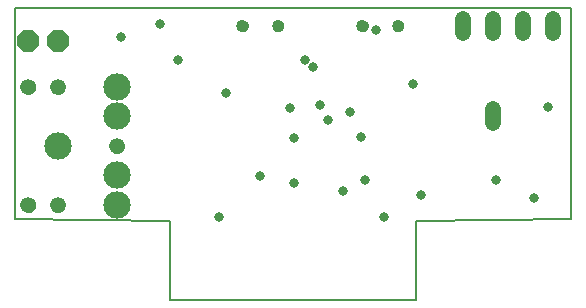
<source format=gbs>
G75*
%MOIN*%
%OFA0B0*%
%FSLAX25Y25*%
%IPPOS*%
%LPD*%
%AMOC8*
5,1,8,0,0,1.08239X$1,22.5*
%
%ADD10C,0.00004*%
%ADD11C,0.00600*%
%ADD12C,0.09100*%
%ADD13C,0.00000*%
%ADD14C,0.05224*%
%ADD15OC8,0.07100*%
%ADD16C,0.04043*%
%ADD17C,0.05300*%
%ADD18C,0.03200*%
%ADD19C,0.03278*%
D10*
X0145979Y0027600D02*
X0146391Y0027600D01*
D11*
X0012741Y0028100D02*
X0012741Y0098600D01*
X0198241Y0098600D01*
X0198241Y0028100D01*
X0146391Y0027600D01*
X0146391Y0001300D01*
X0064591Y0001300D01*
X0064591Y0027600D01*
X0012741Y0028100D01*
D12*
X0046676Y0032915D03*
X0046676Y0042757D03*
X0026991Y0052600D03*
X0046676Y0062443D03*
X0046676Y0072285D03*
D13*
X0024629Y0072285D02*
X0024631Y0072382D01*
X0024637Y0072479D01*
X0024647Y0072575D01*
X0024661Y0072671D01*
X0024679Y0072767D01*
X0024700Y0072861D01*
X0024726Y0072955D01*
X0024755Y0073047D01*
X0024789Y0073138D01*
X0024825Y0073228D01*
X0024866Y0073316D01*
X0024910Y0073402D01*
X0024958Y0073487D01*
X0025009Y0073569D01*
X0025063Y0073650D01*
X0025121Y0073728D01*
X0025182Y0073803D01*
X0025245Y0073876D01*
X0025312Y0073947D01*
X0025382Y0074014D01*
X0025454Y0074079D01*
X0025529Y0074140D01*
X0025607Y0074199D01*
X0025686Y0074254D01*
X0025768Y0074306D01*
X0025852Y0074354D01*
X0025938Y0074399D01*
X0026026Y0074441D01*
X0026115Y0074479D01*
X0026206Y0074513D01*
X0026298Y0074543D01*
X0026391Y0074570D01*
X0026486Y0074592D01*
X0026581Y0074611D01*
X0026677Y0074626D01*
X0026773Y0074637D01*
X0026870Y0074644D01*
X0026967Y0074647D01*
X0027064Y0074646D01*
X0027161Y0074641D01*
X0027257Y0074632D01*
X0027353Y0074619D01*
X0027449Y0074602D01*
X0027544Y0074581D01*
X0027637Y0074557D01*
X0027730Y0074528D01*
X0027822Y0074496D01*
X0027912Y0074460D01*
X0028000Y0074421D01*
X0028087Y0074377D01*
X0028172Y0074331D01*
X0028255Y0074280D01*
X0028336Y0074227D01*
X0028414Y0074170D01*
X0028491Y0074110D01*
X0028564Y0074047D01*
X0028635Y0073981D01*
X0028703Y0073912D01*
X0028769Y0073840D01*
X0028831Y0073766D01*
X0028890Y0073689D01*
X0028946Y0073610D01*
X0028999Y0073528D01*
X0029049Y0073445D01*
X0029094Y0073359D01*
X0029137Y0073272D01*
X0029176Y0073183D01*
X0029211Y0073093D01*
X0029242Y0073001D01*
X0029269Y0072908D01*
X0029293Y0072814D01*
X0029313Y0072719D01*
X0029329Y0072623D01*
X0029341Y0072527D01*
X0029349Y0072430D01*
X0029353Y0072333D01*
X0029353Y0072237D01*
X0029349Y0072140D01*
X0029341Y0072043D01*
X0029329Y0071947D01*
X0029313Y0071851D01*
X0029293Y0071756D01*
X0029269Y0071662D01*
X0029242Y0071569D01*
X0029211Y0071477D01*
X0029176Y0071387D01*
X0029137Y0071298D01*
X0029094Y0071211D01*
X0029049Y0071125D01*
X0028999Y0071042D01*
X0028946Y0070960D01*
X0028890Y0070881D01*
X0028831Y0070804D01*
X0028769Y0070730D01*
X0028703Y0070658D01*
X0028635Y0070589D01*
X0028564Y0070523D01*
X0028491Y0070460D01*
X0028414Y0070400D01*
X0028336Y0070343D01*
X0028255Y0070290D01*
X0028172Y0070239D01*
X0028087Y0070193D01*
X0028000Y0070149D01*
X0027912Y0070110D01*
X0027822Y0070074D01*
X0027730Y0070042D01*
X0027637Y0070013D01*
X0027544Y0069989D01*
X0027449Y0069968D01*
X0027353Y0069951D01*
X0027257Y0069938D01*
X0027161Y0069929D01*
X0027064Y0069924D01*
X0026967Y0069923D01*
X0026870Y0069926D01*
X0026773Y0069933D01*
X0026677Y0069944D01*
X0026581Y0069959D01*
X0026486Y0069978D01*
X0026391Y0070000D01*
X0026298Y0070027D01*
X0026206Y0070057D01*
X0026115Y0070091D01*
X0026026Y0070129D01*
X0025938Y0070171D01*
X0025852Y0070216D01*
X0025768Y0070264D01*
X0025686Y0070316D01*
X0025607Y0070371D01*
X0025529Y0070430D01*
X0025454Y0070491D01*
X0025382Y0070556D01*
X0025312Y0070623D01*
X0025245Y0070694D01*
X0025182Y0070767D01*
X0025121Y0070842D01*
X0025063Y0070920D01*
X0025009Y0071001D01*
X0024958Y0071083D01*
X0024910Y0071168D01*
X0024866Y0071254D01*
X0024825Y0071342D01*
X0024789Y0071432D01*
X0024755Y0071523D01*
X0024726Y0071615D01*
X0024700Y0071709D01*
X0024679Y0071803D01*
X0024661Y0071899D01*
X0024647Y0071995D01*
X0024637Y0072091D01*
X0024631Y0072188D01*
X0024629Y0072285D01*
X0014786Y0072285D02*
X0014788Y0072382D01*
X0014794Y0072479D01*
X0014804Y0072575D01*
X0014818Y0072671D01*
X0014836Y0072767D01*
X0014857Y0072861D01*
X0014883Y0072955D01*
X0014912Y0073047D01*
X0014946Y0073138D01*
X0014982Y0073228D01*
X0015023Y0073316D01*
X0015067Y0073402D01*
X0015115Y0073487D01*
X0015166Y0073569D01*
X0015220Y0073650D01*
X0015278Y0073728D01*
X0015339Y0073803D01*
X0015402Y0073876D01*
X0015469Y0073947D01*
X0015539Y0074014D01*
X0015611Y0074079D01*
X0015686Y0074140D01*
X0015764Y0074199D01*
X0015843Y0074254D01*
X0015925Y0074306D01*
X0016009Y0074354D01*
X0016095Y0074399D01*
X0016183Y0074441D01*
X0016272Y0074479D01*
X0016363Y0074513D01*
X0016455Y0074543D01*
X0016548Y0074570D01*
X0016643Y0074592D01*
X0016738Y0074611D01*
X0016834Y0074626D01*
X0016930Y0074637D01*
X0017027Y0074644D01*
X0017124Y0074647D01*
X0017221Y0074646D01*
X0017318Y0074641D01*
X0017414Y0074632D01*
X0017510Y0074619D01*
X0017606Y0074602D01*
X0017701Y0074581D01*
X0017794Y0074557D01*
X0017887Y0074528D01*
X0017979Y0074496D01*
X0018069Y0074460D01*
X0018157Y0074421D01*
X0018244Y0074377D01*
X0018329Y0074331D01*
X0018412Y0074280D01*
X0018493Y0074227D01*
X0018571Y0074170D01*
X0018648Y0074110D01*
X0018721Y0074047D01*
X0018792Y0073981D01*
X0018860Y0073912D01*
X0018926Y0073840D01*
X0018988Y0073766D01*
X0019047Y0073689D01*
X0019103Y0073610D01*
X0019156Y0073528D01*
X0019206Y0073445D01*
X0019251Y0073359D01*
X0019294Y0073272D01*
X0019333Y0073183D01*
X0019368Y0073093D01*
X0019399Y0073001D01*
X0019426Y0072908D01*
X0019450Y0072814D01*
X0019470Y0072719D01*
X0019486Y0072623D01*
X0019498Y0072527D01*
X0019506Y0072430D01*
X0019510Y0072333D01*
X0019510Y0072237D01*
X0019506Y0072140D01*
X0019498Y0072043D01*
X0019486Y0071947D01*
X0019470Y0071851D01*
X0019450Y0071756D01*
X0019426Y0071662D01*
X0019399Y0071569D01*
X0019368Y0071477D01*
X0019333Y0071387D01*
X0019294Y0071298D01*
X0019251Y0071211D01*
X0019206Y0071125D01*
X0019156Y0071042D01*
X0019103Y0070960D01*
X0019047Y0070881D01*
X0018988Y0070804D01*
X0018926Y0070730D01*
X0018860Y0070658D01*
X0018792Y0070589D01*
X0018721Y0070523D01*
X0018648Y0070460D01*
X0018571Y0070400D01*
X0018493Y0070343D01*
X0018412Y0070290D01*
X0018329Y0070239D01*
X0018244Y0070193D01*
X0018157Y0070149D01*
X0018069Y0070110D01*
X0017979Y0070074D01*
X0017887Y0070042D01*
X0017794Y0070013D01*
X0017701Y0069989D01*
X0017606Y0069968D01*
X0017510Y0069951D01*
X0017414Y0069938D01*
X0017318Y0069929D01*
X0017221Y0069924D01*
X0017124Y0069923D01*
X0017027Y0069926D01*
X0016930Y0069933D01*
X0016834Y0069944D01*
X0016738Y0069959D01*
X0016643Y0069978D01*
X0016548Y0070000D01*
X0016455Y0070027D01*
X0016363Y0070057D01*
X0016272Y0070091D01*
X0016183Y0070129D01*
X0016095Y0070171D01*
X0016009Y0070216D01*
X0015925Y0070264D01*
X0015843Y0070316D01*
X0015764Y0070371D01*
X0015686Y0070430D01*
X0015611Y0070491D01*
X0015539Y0070556D01*
X0015469Y0070623D01*
X0015402Y0070694D01*
X0015339Y0070767D01*
X0015278Y0070842D01*
X0015220Y0070920D01*
X0015166Y0071001D01*
X0015115Y0071083D01*
X0015067Y0071168D01*
X0015023Y0071254D01*
X0014982Y0071342D01*
X0014946Y0071432D01*
X0014912Y0071523D01*
X0014883Y0071615D01*
X0014857Y0071709D01*
X0014836Y0071803D01*
X0014818Y0071899D01*
X0014804Y0071995D01*
X0014794Y0072091D01*
X0014788Y0072188D01*
X0014786Y0072285D01*
X0044314Y0052600D02*
X0044316Y0052697D01*
X0044322Y0052794D01*
X0044332Y0052890D01*
X0044346Y0052986D01*
X0044364Y0053082D01*
X0044385Y0053176D01*
X0044411Y0053270D01*
X0044440Y0053362D01*
X0044474Y0053453D01*
X0044510Y0053543D01*
X0044551Y0053631D01*
X0044595Y0053717D01*
X0044643Y0053802D01*
X0044694Y0053884D01*
X0044748Y0053965D01*
X0044806Y0054043D01*
X0044867Y0054118D01*
X0044930Y0054191D01*
X0044997Y0054262D01*
X0045067Y0054329D01*
X0045139Y0054394D01*
X0045214Y0054455D01*
X0045292Y0054514D01*
X0045371Y0054569D01*
X0045453Y0054621D01*
X0045537Y0054669D01*
X0045623Y0054714D01*
X0045711Y0054756D01*
X0045800Y0054794D01*
X0045891Y0054828D01*
X0045983Y0054858D01*
X0046076Y0054885D01*
X0046171Y0054907D01*
X0046266Y0054926D01*
X0046362Y0054941D01*
X0046458Y0054952D01*
X0046555Y0054959D01*
X0046652Y0054962D01*
X0046749Y0054961D01*
X0046846Y0054956D01*
X0046942Y0054947D01*
X0047038Y0054934D01*
X0047134Y0054917D01*
X0047229Y0054896D01*
X0047322Y0054872D01*
X0047415Y0054843D01*
X0047507Y0054811D01*
X0047597Y0054775D01*
X0047685Y0054736D01*
X0047772Y0054692D01*
X0047857Y0054646D01*
X0047940Y0054595D01*
X0048021Y0054542D01*
X0048099Y0054485D01*
X0048176Y0054425D01*
X0048249Y0054362D01*
X0048320Y0054296D01*
X0048388Y0054227D01*
X0048454Y0054155D01*
X0048516Y0054081D01*
X0048575Y0054004D01*
X0048631Y0053925D01*
X0048684Y0053843D01*
X0048734Y0053760D01*
X0048779Y0053674D01*
X0048822Y0053587D01*
X0048861Y0053498D01*
X0048896Y0053408D01*
X0048927Y0053316D01*
X0048954Y0053223D01*
X0048978Y0053129D01*
X0048998Y0053034D01*
X0049014Y0052938D01*
X0049026Y0052842D01*
X0049034Y0052745D01*
X0049038Y0052648D01*
X0049038Y0052552D01*
X0049034Y0052455D01*
X0049026Y0052358D01*
X0049014Y0052262D01*
X0048998Y0052166D01*
X0048978Y0052071D01*
X0048954Y0051977D01*
X0048927Y0051884D01*
X0048896Y0051792D01*
X0048861Y0051702D01*
X0048822Y0051613D01*
X0048779Y0051526D01*
X0048734Y0051440D01*
X0048684Y0051357D01*
X0048631Y0051275D01*
X0048575Y0051196D01*
X0048516Y0051119D01*
X0048454Y0051045D01*
X0048388Y0050973D01*
X0048320Y0050904D01*
X0048249Y0050838D01*
X0048176Y0050775D01*
X0048099Y0050715D01*
X0048021Y0050658D01*
X0047940Y0050605D01*
X0047857Y0050554D01*
X0047772Y0050508D01*
X0047685Y0050464D01*
X0047597Y0050425D01*
X0047507Y0050389D01*
X0047415Y0050357D01*
X0047322Y0050328D01*
X0047229Y0050304D01*
X0047134Y0050283D01*
X0047038Y0050266D01*
X0046942Y0050253D01*
X0046846Y0050244D01*
X0046749Y0050239D01*
X0046652Y0050238D01*
X0046555Y0050241D01*
X0046458Y0050248D01*
X0046362Y0050259D01*
X0046266Y0050274D01*
X0046171Y0050293D01*
X0046076Y0050315D01*
X0045983Y0050342D01*
X0045891Y0050372D01*
X0045800Y0050406D01*
X0045711Y0050444D01*
X0045623Y0050486D01*
X0045537Y0050531D01*
X0045453Y0050579D01*
X0045371Y0050631D01*
X0045292Y0050686D01*
X0045214Y0050745D01*
X0045139Y0050806D01*
X0045067Y0050871D01*
X0044997Y0050938D01*
X0044930Y0051009D01*
X0044867Y0051082D01*
X0044806Y0051157D01*
X0044748Y0051235D01*
X0044694Y0051316D01*
X0044643Y0051398D01*
X0044595Y0051483D01*
X0044551Y0051569D01*
X0044510Y0051657D01*
X0044474Y0051747D01*
X0044440Y0051838D01*
X0044411Y0051930D01*
X0044385Y0052024D01*
X0044364Y0052118D01*
X0044346Y0052214D01*
X0044332Y0052310D01*
X0044322Y0052406D01*
X0044316Y0052503D01*
X0044314Y0052600D01*
X0024629Y0032915D02*
X0024631Y0033012D01*
X0024637Y0033109D01*
X0024647Y0033205D01*
X0024661Y0033301D01*
X0024679Y0033397D01*
X0024700Y0033491D01*
X0024726Y0033585D01*
X0024755Y0033677D01*
X0024789Y0033768D01*
X0024825Y0033858D01*
X0024866Y0033946D01*
X0024910Y0034032D01*
X0024958Y0034117D01*
X0025009Y0034199D01*
X0025063Y0034280D01*
X0025121Y0034358D01*
X0025182Y0034433D01*
X0025245Y0034506D01*
X0025312Y0034577D01*
X0025382Y0034644D01*
X0025454Y0034709D01*
X0025529Y0034770D01*
X0025607Y0034829D01*
X0025686Y0034884D01*
X0025768Y0034936D01*
X0025852Y0034984D01*
X0025938Y0035029D01*
X0026026Y0035071D01*
X0026115Y0035109D01*
X0026206Y0035143D01*
X0026298Y0035173D01*
X0026391Y0035200D01*
X0026486Y0035222D01*
X0026581Y0035241D01*
X0026677Y0035256D01*
X0026773Y0035267D01*
X0026870Y0035274D01*
X0026967Y0035277D01*
X0027064Y0035276D01*
X0027161Y0035271D01*
X0027257Y0035262D01*
X0027353Y0035249D01*
X0027449Y0035232D01*
X0027544Y0035211D01*
X0027637Y0035187D01*
X0027730Y0035158D01*
X0027822Y0035126D01*
X0027912Y0035090D01*
X0028000Y0035051D01*
X0028087Y0035007D01*
X0028172Y0034961D01*
X0028255Y0034910D01*
X0028336Y0034857D01*
X0028414Y0034800D01*
X0028491Y0034740D01*
X0028564Y0034677D01*
X0028635Y0034611D01*
X0028703Y0034542D01*
X0028769Y0034470D01*
X0028831Y0034396D01*
X0028890Y0034319D01*
X0028946Y0034240D01*
X0028999Y0034158D01*
X0029049Y0034075D01*
X0029094Y0033989D01*
X0029137Y0033902D01*
X0029176Y0033813D01*
X0029211Y0033723D01*
X0029242Y0033631D01*
X0029269Y0033538D01*
X0029293Y0033444D01*
X0029313Y0033349D01*
X0029329Y0033253D01*
X0029341Y0033157D01*
X0029349Y0033060D01*
X0029353Y0032963D01*
X0029353Y0032867D01*
X0029349Y0032770D01*
X0029341Y0032673D01*
X0029329Y0032577D01*
X0029313Y0032481D01*
X0029293Y0032386D01*
X0029269Y0032292D01*
X0029242Y0032199D01*
X0029211Y0032107D01*
X0029176Y0032017D01*
X0029137Y0031928D01*
X0029094Y0031841D01*
X0029049Y0031755D01*
X0028999Y0031672D01*
X0028946Y0031590D01*
X0028890Y0031511D01*
X0028831Y0031434D01*
X0028769Y0031360D01*
X0028703Y0031288D01*
X0028635Y0031219D01*
X0028564Y0031153D01*
X0028491Y0031090D01*
X0028414Y0031030D01*
X0028336Y0030973D01*
X0028255Y0030920D01*
X0028172Y0030869D01*
X0028087Y0030823D01*
X0028000Y0030779D01*
X0027912Y0030740D01*
X0027822Y0030704D01*
X0027730Y0030672D01*
X0027637Y0030643D01*
X0027544Y0030619D01*
X0027449Y0030598D01*
X0027353Y0030581D01*
X0027257Y0030568D01*
X0027161Y0030559D01*
X0027064Y0030554D01*
X0026967Y0030553D01*
X0026870Y0030556D01*
X0026773Y0030563D01*
X0026677Y0030574D01*
X0026581Y0030589D01*
X0026486Y0030608D01*
X0026391Y0030630D01*
X0026298Y0030657D01*
X0026206Y0030687D01*
X0026115Y0030721D01*
X0026026Y0030759D01*
X0025938Y0030801D01*
X0025852Y0030846D01*
X0025768Y0030894D01*
X0025686Y0030946D01*
X0025607Y0031001D01*
X0025529Y0031060D01*
X0025454Y0031121D01*
X0025382Y0031186D01*
X0025312Y0031253D01*
X0025245Y0031324D01*
X0025182Y0031397D01*
X0025121Y0031472D01*
X0025063Y0031550D01*
X0025009Y0031631D01*
X0024958Y0031713D01*
X0024910Y0031798D01*
X0024866Y0031884D01*
X0024825Y0031972D01*
X0024789Y0032062D01*
X0024755Y0032153D01*
X0024726Y0032245D01*
X0024700Y0032339D01*
X0024679Y0032433D01*
X0024661Y0032529D01*
X0024647Y0032625D01*
X0024637Y0032721D01*
X0024631Y0032818D01*
X0024629Y0032915D01*
X0014786Y0032915D02*
X0014788Y0033012D01*
X0014794Y0033109D01*
X0014804Y0033205D01*
X0014818Y0033301D01*
X0014836Y0033397D01*
X0014857Y0033491D01*
X0014883Y0033585D01*
X0014912Y0033677D01*
X0014946Y0033768D01*
X0014982Y0033858D01*
X0015023Y0033946D01*
X0015067Y0034032D01*
X0015115Y0034117D01*
X0015166Y0034199D01*
X0015220Y0034280D01*
X0015278Y0034358D01*
X0015339Y0034433D01*
X0015402Y0034506D01*
X0015469Y0034577D01*
X0015539Y0034644D01*
X0015611Y0034709D01*
X0015686Y0034770D01*
X0015764Y0034829D01*
X0015843Y0034884D01*
X0015925Y0034936D01*
X0016009Y0034984D01*
X0016095Y0035029D01*
X0016183Y0035071D01*
X0016272Y0035109D01*
X0016363Y0035143D01*
X0016455Y0035173D01*
X0016548Y0035200D01*
X0016643Y0035222D01*
X0016738Y0035241D01*
X0016834Y0035256D01*
X0016930Y0035267D01*
X0017027Y0035274D01*
X0017124Y0035277D01*
X0017221Y0035276D01*
X0017318Y0035271D01*
X0017414Y0035262D01*
X0017510Y0035249D01*
X0017606Y0035232D01*
X0017701Y0035211D01*
X0017794Y0035187D01*
X0017887Y0035158D01*
X0017979Y0035126D01*
X0018069Y0035090D01*
X0018157Y0035051D01*
X0018244Y0035007D01*
X0018329Y0034961D01*
X0018412Y0034910D01*
X0018493Y0034857D01*
X0018571Y0034800D01*
X0018648Y0034740D01*
X0018721Y0034677D01*
X0018792Y0034611D01*
X0018860Y0034542D01*
X0018926Y0034470D01*
X0018988Y0034396D01*
X0019047Y0034319D01*
X0019103Y0034240D01*
X0019156Y0034158D01*
X0019206Y0034075D01*
X0019251Y0033989D01*
X0019294Y0033902D01*
X0019333Y0033813D01*
X0019368Y0033723D01*
X0019399Y0033631D01*
X0019426Y0033538D01*
X0019450Y0033444D01*
X0019470Y0033349D01*
X0019486Y0033253D01*
X0019498Y0033157D01*
X0019506Y0033060D01*
X0019510Y0032963D01*
X0019510Y0032867D01*
X0019506Y0032770D01*
X0019498Y0032673D01*
X0019486Y0032577D01*
X0019470Y0032481D01*
X0019450Y0032386D01*
X0019426Y0032292D01*
X0019399Y0032199D01*
X0019368Y0032107D01*
X0019333Y0032017D01*
X0019294Y0031928D01*
X0019251Y0031841D01*
X0019206Y0031755D01*
X0019156Y0031672D01*
X0019103Y0031590D01*
X0019047Y0031511D01*
X0018988Y0031434D01*
X0018926Y0031360D01*
X0018860Y0031288D01*
X0018792Y0031219D01*
X0018721Y0031153D01*
X0018648Y0031090D01*
X0018571Y0031030D01*
X0018493Y0030973D01*
X0018412Y0030920D01*
X0018329Y0030869D01*
X0018244Y0030823D01*
X0018157Y0030779D01*
X0018069Y0030740D01*
X0017979Y0030704D01*
X0017887Y0030672D01*
X0017794Y0030643D01*
X0017701Y0030619D01*
X0017606Y0030598D01*
X0017510Y0030581D01*
X0017414Y0030568D01*
X0017318Y0030559D01*
X0017221Y0030554D01*
X0017124Y0030553D01*
X0017027Y0030556D01*
X0016930Y0030563D01*
X0016834Y0030574D01*
X0016738Y0030589D01*
X0016643Y0030608D01*
X0016548Y0030630D01*
X0016455Y0030657D01*
X0016363Y0030687D01*
X0016272Y0030721D01*
X0016183Y0030759D01*
X0016095Y0030801D01*
X0016009Y0030846D01*
X0015925Y0030894D01*
X0015843Y0030946D01*
X0015764Y0031001D01*
X0015686Y0031060D01*
X0015611Y0031121D01*
X0015539Y0031186D01*
X0015469Y0031253D01*
X0015402Y0031324D01*
X0015339Y0031397D01*
X0015278Y0031472D01*
X0015220Y0031550D01*
X0015166Y0031631D01*
X0015115Y0031713D01*
X0015067Y0031798D01*
X0015023Y0031884D01*
X0014982Y0031972D01*
X0014946Y0032062D01*
X0014912Y0032153D01*
X0014883Y0032245D01*
X0014857Y0032339D01*
X0014836Y0032433D01*
X0014818Y0032529D01*
X0014804Y0032625D01*
X0014794Y0032721D01*
X0014788Y0032818D01*
X0014786Y0032915D01*
X0086813Y0092600D02*
X0086815Y0092684D01*
X0086821Y0092767D01*
X0086831Y0092850D01*
X0086845Y0092933D01*
X0086862Y0093015D01*
X0086884Y0093096D01*
X0086909Y0093175D01*
X0086938Y0093254D01*
X0086971Y0093331D01*
X0087007Y0093406D01*
X0087047Y0093480D01*
X0087090Y0093552D01*
X0087137Y0093621D01*
X0087187Y0093688D01*
X0087240Y0093753D01*
X0087296Y0093815D01*
X0087354Y0093875D01*
X0087416Y0093932D01*
X0087480Y0093985D01*
X0087547Y0094036D01*
X0087616Y0094083D01*
X0087687Y0094128D01*
X0087760Y0094168D01*
X0087835Y0094205D01*
X0087912Y0094239D01*
X0087990Y0094269D01*
X0088069Y0094295D01*
X0088150Y0094318D01*
X0088232Y0094336D01*
X0088314Y0094351D01*
X0088397Y0094362D01*
X0088480Y0094369D01*
X0088564Y0094372D01*
X0088648Y0094371D01*
X0088731Y0094366D01*
X0088815Y0094357D01*
X0088897Y0094344D01*
X0088979Y0094328D01*
X0089060Y0094307D01*
X0089141Y0094283D01*
X0089219Y0094255D01*
X0089297Y0094223D01*
X0089373Y0094187D01*
X0089447Y0094148D01*
X0089519Y0094106D01*
X0089589Y0094060D01*
X0089657Y0094011D01*
X0089722Y0093959D01*
X0089785Y0093904D01*
X0089845Y0093846D01*
X0089903Y0093785D01*
X0089957Y0093721D01*
X0090009Y0093655D01*
X0090057Y0093587D01*
X0090102Y0093516D01*
X0090143Y0093443D01*
X0090182Y0093369D01*
X0090216Y0093293D01*
X0090247Y0093215D01*
X0090274Y0093136D01*
X0090298Y0093055D01*
X0090317Y0092974D01*
X0090333Y0092892D01*
X0090345Y0092809D01*
X0090353Y0092725D01*
X0090357Y0092642D01*
X0090357Y0092558D01*
X0090353Y0092475D01*
X0090345Y0092391D01*
X0090333Y0092308D01*
X0090317Y0092226D01*
X0090298Y0092145D01*
X0090274Y0092064D01*
X0090247Y0091985D01*
X0090216Y0091907D01*
X0090182Y0091831D01*
X0090143Y0091757D01*
X0090102Y0091684D01*
X0090057Y0091613D01*
X0090009Y0091545D01*
X0089957Y0091479D01*
X0089903Y0091415D01*
X0089845Y0091354D01*
X0089785Y0091296D01*
X0089722Y0091241D01*
X0089657Y0091189D01*
X0089589Y0091140D01*
X0089519Y0091094D01*
X0089447Y0091052D01*
X0089373Y0091013D01*
X0089297Y0090977D01*
X0089219Y0090945D01*
X0089141Y0090917D01*
X0089060Y0090893D01*
X0088979Y0090872D01*
X0088897Y0090856D01*
X0088815Y0090843D01*
X0088731Y0090834D01*
X0088648Y0090829D01*
X0088564Y0090828D01*
X0088480Y0090831D01*
X0088397Y0090838D01*
X0088314Y0090849D01*
X0088232Y0090864D01*
X0088150Y0090882D01*
X0088069Y0090905D01*
X0087990Y0090931D01*
X0087912Y0090961D01*
X0087835Y0090995D01*
X0087760Y0091032D01*
X0087687Y0091072D01*
X0087616Y0091117D01*
X0087547Y0091164D01*
X0087480Y0091215D01*
X0087416Y0091268D01*
X0087354Y0091325D01*
X0087296Y0091385D01*
X0087240Y0091447D01*
X0087187Y0091512D01*
X0087137Y0091579D01*
X0087090Y0091648D01*
X0087047Y0091720D01*
X0087007Y0091794D01*
X0086971Y0091869D01*
X0086938Y0091946D01*
X0086909Y0092025D01*
X0086884Y0092104D01*
X0086862Y0092185D01*
X0086845Y0092267D01*
X0086831Y0092350D01*
X0086821Y0092433D01*
X0086815Y0092516D01*
X0086813Y0092600D01*
X0098624Y0092600D02*
X0098626Y0092684D01*
X0098632Y0092767D01*
X0098642Y0092850D01*
X0098656Y0092933D01*
X0098673Y0093015D01*
X0098695Y0093096D01*
X0098720Y0093175D01*
X0098749Y0093254D01*
X0098782Y0093331D01*
X0098818Y0093406D01*
X0098858Y0093480D01*
X0098901Y0093552D01*
X0098948Y0093621D01*
X0098998Y0093688D01*
X0099051Y0093753D01*
X0099107Y0093815D01*
X0099165Y0093875D01*
X0099227Y0093932D01*
X0099291Y0093985D01*
X0099358Y0094036D01*
X0099427Y0094083D01*
X0099498Y0094128D01*
X0099571Y0094168D01*
X0099646Y0094205D01*
X0099723Y0094239D01*
X0099801Y0094269D01*
X0099880Y0094295D01*
X0099961Y0094318D01*
X0100043Y0094336D01*
X0100125Y0094351D01*
X0100208Y0094362D01*
X0100291Y0094369D01*
X0100375Y0094372D01*
X0100459Y0094371D01*
X0100542Y0094366D01*
X0100626Y0094357D01*
X0100708Y0094344D01*
X0100790Y0094328D01*
X0100871Y0094307D01*
X0100952Y0094283D01*
X0101030Y0094255D01*
X0101108Y0094223D01*
X0101184Y0094187D01*
X0101258Y0094148D01*
X0101330Y0094106D01*
X0101400Y0094060D01*
X0101468Y0094011D01*
X0101533Y0093959D01*
X0101596Y0093904D01*
X0101656Y0093846D01*
X0101714Y0093785D01*
X0101768Y0093721D01*
X0101820Y0093655D01*
X0101868Y0093587D01*
X0101913Y0093516D01*
X0101954Y0093443D01*
X0101993Y0093369D01*
X0102027Y0093293D01*
X0102058Y0093215D01*
X0102085Y0093136D01*
X0102109Y0093055D01*
X0102128Y0092974D01*
X0102144Y0092892D01*
X0102156Y0092809D01*
X0102164Y0092725D01*
X0102168Y0092642D01*
X0102168Y0092558D01*
X0102164Y0092475D01*
X0102156Y0092391D01*
X0102144Y0092308D01*
X0102128Y0092226D01*
X0102109Y0092145D01*
X0102085Y0092064D01*
X0102058Y0091985D01*
X0102027Y0091907D01*
X0101993Y0091831D01*
X0101954Y0091757D01*
X0101913Y0091684D01*
X0101868Y0091613D01*
X0101820Y0091545D01*
X0101768Y0091479D01*
X0101714Y0091415D01*
X0101656Y0091354D01*
X0101596Y0091296D01*
X0101533Y0091241D01*
X0101468Y0091189D01*
X0101400Y0091140D01*
X0101330Y0091094D01*
X0101258Y0091052D01*
X0101184Y0091013D01*
X0101108Y0090977D01*
X0101030Y0090945D01*
X0100952Y0090917D01*
X0100871Y0090893D01*
X0100790Y0090872D01*
X0100708Y0090856D01*
X0100626Y0090843D01*
X0100542Y0090834D01*
X0100459Y0090829D01*
X0100375Y0090828D01*
X0100291Y0090831D01*
X0100208Y0090838D01*
X0100125Y0090849D01*
X0100043Y0090864D01*
X0099961Y0090882D01*
X0099880Y0090905D01*
X0099801Y0090931D01*
X0099723Y0090961D01*
X0099646Y0090995D01*
X0099571Y0091032D01*
X0099498Y0091072D01*
X0099427Y0091117D01*
X0099358Y0091164D01*
X0099291Y0091215D01*
X0099227Y0091268D01*
X0099165Y0091325D01*
X0099107Y0091385D01*
X0099051Y0091447D01*
X0098998Y0091512D01*
X0098948Y0091579D01*
X0098901Y0091648D01*
X0098858Y0091720D01*
X0098818Y0091794D01*
X0098782Y0091869D01*
X0098749Y0091946D01*
X0098720Y0092025D01*
X0098695Y0092104D01*
X0098673Y0092185D01*
X0098656Y0092267D01*
X0098642Y0092350D01*
X0098632Y0092433D01*
X0098626Y0092516D01*
X0098624Y0092600D01*
X0126813Y0092600D02*
X0126815Y0092684D01*
X0126821Y0092767D01*
X0126831Y0092850D01*
X0126845Y0092933D01*
X0126862Y0093015D01*
X0126884Y0093096D01*
X0126909Y0093175D01*
X0126938Y0093254D01*
X0126971Y0093331D01*
X0127007Y0093406D01*
X0127047Y0093480D01*
X0127090Y0093552D01*
X0127137Y0093621D01*
X0127187Y0093688D01*
X0127240Y0093753D01*
X0127296Y0093815D01*
X0127354Y0093875D01*
X0127416Y0093932D01*
X0127480Y0093985D01*
X0127547Y0094036D01*
X0127616Y0094083D01*
X0127687Y0094128D01*
X0127760Y0094168D01*
X0127835Y0094205D01*
X0127912Y0094239D01*
X0127990Y0094269D01*
X0128069Y0094295D01*
X0128150Y0094318D01*
X0128232Y0094336D01*
X0128314Y0094351D01*
X0128397Y0094362D01*
X0128480Y0094369D01*
X0128564Y0094372D01*
X0128648Y0094371D01*
X0128731Y0094366D01*
X0128815Y0094357D01*
X0128897Y0094344D01*
X0128979Y0094328D01*
X0129060Y0094307D01*
X0129141Y0094283D01*
X0129219Y0094255D01*
X0129297Y0094223D01*
X0129373Y0094187D01*
X0129447Y0094148D01*
X0129519Y0094106D01*
X0129589Y0094060D01*
X0129657Y0094011D01*
X0129722Y0093959D01*
X0129785Y0093904D01*
X0129845Y0093846D01*
X0129903Y0093785D01*
X0129957Y0093721D01*
X0130009Y0093655D01*
X0130057Y0093587D01*
X0130102Y0093516D01*
X0130143Y0093443D01*
X0130182Y0093369D01*
X0130216Y0093293D01*
X0130247Y0093215D01*
X0130274Y0093136D01*
X0130298Y0093055D01*
X0130317Y0092974D01*
X0130333Y0092892D01*
X0130345Y0092809D01*
X0130353Y0092725D01*
X0130357Y0092642D01*
X0130357Y0092558D01*
X0130353Y0092475D01*
X0130345Y0092391D01*
X0130333Y0092308D01*
X0130317Y0092226D01*
X0130298Y0092145D01*
X0130274Y0092064D01*
X0130247Y0091985D01*
X0130216Y0091907D01*
X0130182Y0091831D01*
X0130143Y0091757D01*
X0130102Y0091684D01*
X0130057Y0091613D01*
X0130009Y0091545D01*
X0129957Y0091479D01*
X0129903Y0091415D01*
X0129845Y0091354D01*
X0129785Y0091296D01*
X0129722Y0091241D01*
X0129657Y0091189D01*
X0129589Y0091140D01*
X0129519Y0091094D01*
X0129447Y0091052D01*
X0129373Y0091013D01*
X0129297Y0090977D01*
X0129219Y0090945D01*
X0129141Y0090917D01*
X0129060Y0090893D01*
X0128979Y0090872D01*
X0128897Y0090856D01*
X0128815Y0090843D01*
X0128731Y0090834D01*
X0128648Y0090829D01*
X0128564Y0090828D01*
X0128480Y0090831D01*
X0128397Y0090838D01*
X0128314Y0090849D01*
X0128232Y0090864D01*
X0128150Y0090882D01*
X0128069Y0090905D01*
X0127990Y0090931D01*
X0127912Y0090961D01*
X0127835Y0090995D01*
X0127760Y0091032D01*
X0127687Y0091072D01*
X0127616Y0091117D01*
X0127547Y0091164D01*
X0127480Y0091215D01*
X0127416Y0091268D01*
X0127354Y0091325D01*
X0127296Y0091385D01*
X0127240Y0091447D01*
X0127187Y0091512D01*
X0127137Y0091579D01*
X0127090Y0091648D01*
X0127047Y0091720D01*
X0127007Y0091794D01*
X0126971Y0091869D01*
X0126938Y0091946D01*
X0126909Y0092025D01*
X0126884Y0092104D01*
X0126862Y0092185D01*
X0126845Y0092267D01*
X0126831Y0092350D01*
X0126821Y0092433D01*
X0126815Y0092516D01*
X0126813Y0092600D01*
X0138624Y0092600D02*
X0138626Y0092684D01*
X0138632Y0092767D01*
X0138642Y0092850D01*
X0138656Y0092933D01*
X0138673Y0093015D01*
X0138695Y0093096D01*
X0138720Y0093175D01*
X0138749Y0093254D01*
X0138782Y0093331D01*
X0138818Y0093406D01*
X0138858Y0093480D01*
X0138901Y0093552D01*
X0138948Y0093621D01*
X0138998Y0093688D01*
X0139051Y0093753D01*
X0139107Y0093815D01*
X0139165Y0093875D01*
X0139227Y0093932D01*
X0139291Y0093985D01*
X0139358Y0094036D01*
X0139427Y0094083D01*
X0139498Y0094128D01*
X0139571Y0094168D01*
X0139646Y0094205D01*
X0139723Y0094239D01*
X0139801Y0094269D01*
X0139880Y0094295D01*
X0139961Y0094318D01*
X0140043Y0094336D01*
X0140125Y0094351D01*
X0140208Y0094362D01*
X0140291Y0094369D01*
X0140375Y0094372D01*
X0140459Y0094371D01*
X0140542Y0094366D01*
X0140626Y0094357D01*
X0140708Y0094344D01*
X0140790Y0094328D01*
X0140871Y0094307D01*
X0140952Y0094283D01*
X0141030Y0094255D01*
X0141108Y0094223D01*
X0141184Y0094187D01*
X0141258Y0094148D01*
X0141330Y0094106D01*
X0141400Y0094060D01*
X0141468Y0094011D01*
X0141533Y0093959D01*
X0141596Y0093904D01*
X0141656Y0093846D01*
X0141714Y0093785D01*
X0141768Y0093721D01*
X0141820Y0093655D01*
X0141868Y0093587D01*
X0141913Y0093516D01*
X0141954Y0093443D01*
X0141993Y0093369D01*
X0142027Y0093293D01*
X0142058Y0093215D01*
X0142085Y0093136D01*
X0142109Y0093055D01*
X0142128Y0092974D01*
X0142144Y0092892D01*
X0142156Y0092809D01*
X0142164Y0092725D01*
X0142168Y0092642D01*
X0142168Y0092558D01*
X0142164Y0092475D01*
X0142156Y0092391D01*
X0142144Y0092308D01*
X0142128Y0092226D01*
X0142109Y0092145D01*
X0142085Y0092064D01*
X0142058Y0091985D01*
X0142027Y0091907D01*
X0141993Y0091831D01*
X0141954Y0091757D01*
X0141913Y0091684D01*
X0141868Y0091613D01*
X0141820Y0091545D01*
X0141768Y0091479D01*
X0141714Y0091415D01*
X0141656Y0091354D01*
X0141596Y0091296D01*
X0141533Y0091241D01*
X0141468Y0091189D01*
X0141400Y0091140D01*
X0141330Y0091094D01*
X0141258Y0091052D01*
X0141184Y0091013D01*
X0141108Y0090977D01*
X0141030Y0090945D01*
X0140952Y0090917D01*
X0140871Y0090893D01*
X0140790Y0090872D01*
X0140708Y0090856D01*
X0140626Y0090843D01*
X0140542Y0090834D01*
X0140459Y0090829D01*
X0140375Y0090828D01*
X0140291Y0090831D01*
X0140208Y0090838D01*
X0140125Y0090849D01*
X0140043Y0090864D01*
X0139961Y0090882D01*
X0139880Y0090905D01*
X0139801Y0090931D01*
X0139723Y0090961D01*
X0139646Y0090995D01*
X0139571Y0091032D01*
X0139498Y0091072D01*
X0139427Y0091117D01*
X0139358Y0091164D01*
X0139291Y0091215D01*
X0139227Y0091268D01*
X0139165Y0091325D01*
X0139107Y0091385D01*
X0139051Y0091447D01*
X0138998Y0091512D01*
X0138948Y0091579D01*
X0138901Y0091648D01*
X0138858Y0091720D01*
X0138818Y0091794D01*
X0138782Y0091869D01*
X0138749Y0091946D01*
X0138720Y0092025D01*
X0138695Y0092104D01*
X0138673Y0092185D01*
X0138656Y0092267D01*
X0138642Y0092350D01*
X0138632Y0092433D01*
X0138626Y0092516D01*
X0138624Y0092600D01*
D14*
X0046676Y0052600D03*
X0026991Y0072285D03*
X0017148Y0072285D03*
X0017148Y0032915D03*
X0026991Y0032915D03*
D15*
X0026991Y0087600D03*
X0016991Y0087600D03*
D16*
X0088585Y0092600D03*
X0100396Y0092600D03*
X0128585Y0092600D03*
X0140396Y0092600D03*
D17*
X0161991Y0095000D02*
X0161991Y0090200D01*
X0171991Y0090200D02*
X0171991Y0095000D01*
X0181991Y0095000D02*
X0181991Y0090200D01*
X0191991Y0090200D02*
X0191991Y0095000D01*
X0171991Y0065000D02*
X0171991Y0060200D01*
D18*
X0173241Y0041350D03*
X0185741Y0035100D03*
X0148241Y0036350D03*
X0135741Y0028850D03*
X0121991Y0037600D03*
X0129491Y0041350D03*
X0105741Y0040100D03*
X0094491Y0042600D03*
X0105741Y0055100D03*
X0116991Y0061350D03*
X0114491Y0066350D03*
X0111991Y0078850D03*
X0109491Y0081350D03*
X0133241Y0091350D03*
X0083241Y0070100D03*
X0066991Y0081350D03*
X0048241Y0088850D03*
X0080741Y0028850D03*
D19*
X0127991Y0055600D03*
X0124491Y0063850D03*
X0104491Y0065100D03*
X0145491Y0073100D03*
X0190491Y0065600D03*
X0061241Y0093100D03*
M02*

</source>
